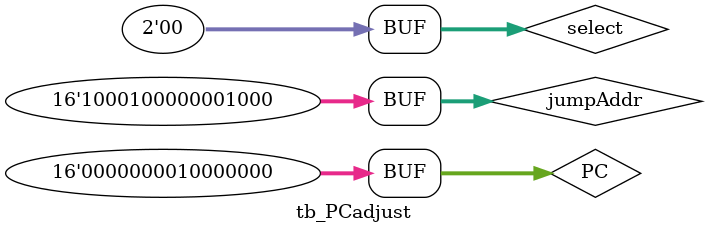
<source format=v>
`include "PCadjust.v"

module tb_PCadjust;
  reg [15:0] PC, jumpAddr;
  reg [1:0] select;
  wire [15:0] adjustedPC;

  PCadjust uut(.PC(PC),.jumpAddr(jumpAddr),.select(select),.adjustedPC(adjustedPC));
  initial begin
    PC = 16'b0000_0000_1000_0000;
    jumpAddr = 16'b1000_1000_0000_1000;
    select = 2'b00;
    #10
    select = 2'b01;
    #10
    select = 2'b10;
    #10
    select = 2'b00;
  end
  initial begin
    $monitor("PC=%b jumpAddr=%b select=%b adjustedPC=%b",PC, jumpAddr, select, adjustedPC);
  end
endmodule

</source>
